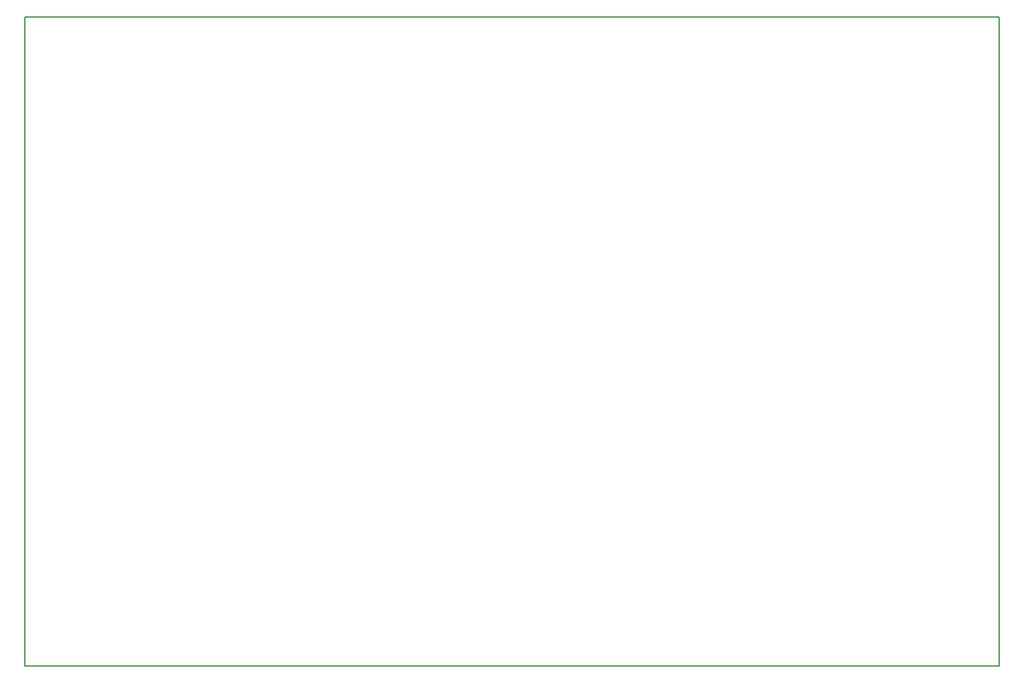
<source format=gm1>
G04 MADE WITH FRITZING*
G04 WWW.FRITZING.ORG*
G04 DOUBLE SIDED*
G04 HOLES PLATED*
G04 CONTOUR ON CENTER OF CONTOUR VECTOR*
%ASAXBY*%
%FSLAX23Y23*%
%MOIN*%
%OFA0B0*%
%SFA1.0B1.0*%
%ADD10R,4.968680X3.316480*%
%ADD11C,0.008000*%
%ADD10C,0.008*%
%LNCONTOUR*%
G90*
G70*
G54D10*
G54D11*
X11Y3305D02*
X4972Y3305D01*
X4972Y-3D01*
X11Y-3D01*
X11Y3305D01*
D02*
G04 End of contour*
M02*
</source>
